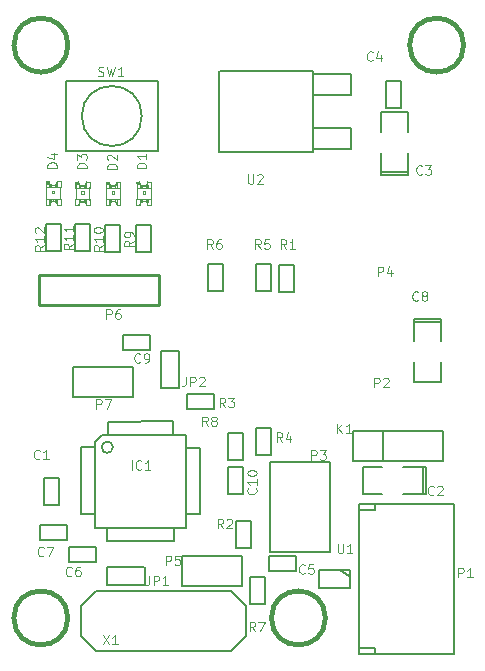
<source format=gto>
G04 (created by PCBNEW (2013-03-19 BZR 4004)-stable) date 27/05/2013 10:57:22*
%MOIN*%
G04 Gerber Fmt 3.4, Leading zero omitted, Abs format*
%FSLAX34Y34*%
G01*
G70*
G90*
G04 APERTURE LIST*
%ADD10C,2.3622e-006*%
%ADD11C,0.005*%
%ADD12C,0.006*%
%ADD13C,0.0026*%
%ADD14C,0.004*%
%ADD15C,0.002*%
%ADD16C,0.008*%
%ADD17C,0.015*%
%ADD18C,0.01*%
%ADD19C,0.00787402*%
%ADD20C,0.00472441*%
G04 APERTURE END LIST*
G54D10*
G54D11*
X49236Y-41460D02*
X49536Y-41660D01*
X48536Y-41460D02*
X49561Y-41460D01*
X49561Y-41460D02*
X49561Y-42060D01*
X49561Y-42060D02*
X48536Y-42060D01*
X48536Y-42060D02*
X48536Y-41460D01*
G54D12*
X44568Y-39600D02*
X44118Y-39600D01*
X44568Y-37420D02*
X44128Y-37420D01*
X44568Y-39600D02*
X44568Y-37420D01*
X43688Y-40070D02*
X43688Y-40500D01*
X41478Y-40080D02*
X41478Y-40500D01*
X41468Y-40500D02*
X43688Y-40510D01*
X41488Y-36530D02*
X43658Y-36520D01*
X41058Y-37220D02*
X41058Y-40050D01*
X43668Y-36530D02*
X43668Y-36940D01*
X41308Y-36980D02*
X44088Y-36980D01*
X44108Y-40060D02*
X44108Y-37020D01*
X41058Y-40060D02*
X44058Y-40060D01*
X40608Y-37390D02*
X40608Y-39610D01*
X40608Y-39610D02*
X41058Y-39610D01*
X41062Y-37210D02*
X41292Y-36980D01*
X40610Y-37390D02*
X41062Y-37390D01*
X41488Y-36980D02*
X41488Y-36528D01*
X41658Y-37384D02*
G75*
G03X41658Y-37384I-188J0D01*
G74*
G01*
G54D11*
X51986Y-38956D02*
X52086Y-38956D01*
X52086Y-38956D02*
X52086Y-38056D01*
X52086Y-38056D02*
X51986Y-38056D01*
X51986Y-38956D02*
X51986Y-38056D01*
X51986Y-38056D02*
X51336Y-38056D01*
X50636Y-38956D02*
X49986Y-38956D01*
X49986Y-38956D02*
X49986Y-38056D01*
X49986Y-38056D02*
X50636Y-38056D01*
X51336Y-38956D02*
X51986Y-38956D01*
X50590Y-28210D02*
X50590Y-28310D01*
X50590Y-28310D02*
X51490Y-28310D01*
X51490Y-28310D02*
X51490Y-28210D01*
X50590Y-28210D02*
X51490Y-28210D01*
X51490Y-28210D02*
X51490Y-27560D01*
X50590Y-26860D02*
X50590Y-26210D01*
X50590Y-26210D02*
X51490Y-26210D01*
X51490Y-26210D02*
X51490Y-26860D01*
X50590Y-27560D02*
X50590Y-28210D01*
X39356Y-39312D02*
X39356Y-38412D01*
X39356Y-38412D02*
X39856Y-38412D01*
X39856Y-38412D02*
X39856Y-39312D01*
X39856Y-39312D02*
X39356Y-39312D01*
X51260Y-25180D02*
X51260Y-26080D01*
X51260Y-26080D02*
X50760Y-26080D01*
X50760Y-26080D02*
X50760Y-25180D01*
X50760Y-25180D02*
X51260Y-25180D01*
X47756Y-41516D02*
X46856Y-41516D01*
X46856Y-41516D02*
X46856Y-41016D01*
X46856Y-41016D02*
X47756Y-41016D01*
X47756Y-41016D02*
X47756Y-41516D01*
X40192Y-40702D02*
X41092Y-40702D01*
X41092Y-40702D02*
X41092Y-41202D01*
X41092Y-41202D02*
X40192Y-41202D01*
X40192Y-41202D02*
X40192Y-40702D01*
X40140Y-40486D02*
X39240Y-40486D01*
X39240Y-40486D02*
X39240Y-39986D01*
X39240Y-39986D02*
X40140Y-39986D01*
X40140Y-39986D02*
X40140Y-40486D01*
X47196Y-32210D02*
X47196Y-31310D01*
X47196Y-31310D02*
X47696Y-31310D01*
X47696Y-31310D02*
X47696Y-32210D01*
X47696Y-32210D02*
X47196Y-32210D01*
X46250Y-39838D02*
X46250Y-40738D01*
X46250Y-40738D02*
X45750Y-40738D01*
X45750Y-40738D02*
X45750Y-39838D01*
X45750Y-39838D02*
X46250Y-39838D01*
X44140Y-35620D02*
X45040Y-35620D01*
X45040Y-35620D02*
X45040Y-36120D01*
X45040Y-36120D02*
X44140Y-36120D01*
X44140Y-36120D02*
X44140Y-35620D01*
X46434Y-37634D02*
X46434Y-36734D01*
X46434Y-36734D02*
X46934Y-36734D01*
X46934Y-36734D02*
X46934Y-37634D01*
X46934Y-37634D02*
X46434Y-37634D01*
X46416Y-32190D02*
X46416Y-31290D01*
X46416Y-31290D02*
X46916Y-31290D01*
X46916Y-31290D02*
X46916Y-32190D01*
X46916Y-32190D02*
X46416Y-32190D01*
X44838Y-32188D02*
X44838Y-31288D01*
X44838Y-31288D02*
X45338Y-31288D01*
X45338Y-31288D02*
X45338Y-32188D01*
X45338Y-32188D02*
X44838Y-32188D01*
G54D13*
X42806Y-28730D02*
X42934Y-28730D01*
X42934Y-28730D02*
X42934Y-28533D01*
X42806Y-28533D02*
X42934Y-28533D01*
X42806Y-28730D02*
X42806Y-28533D01*
X42561Y-28730D02*
X42620Y-28730D01*
X42620Y-28730D02*
X42620Y-28631D01*
X42561Y-28631D02*
X42620Y-28631D01*
X42561Y-28730D02*
X42561Y-28631D01*
X42756Y-28730D02*
X42815Y-28730D01*
X42815Y-28730D02*
X42815Y-28631D01*
X42756Y-28631D02*
X42815Y-28631D01*
X42756Y-28730D02*
X42756Y-28631D01*
X42610Y-28730D02*
X42766Y-28730D01*
X42766Y-28730D02*
X42766Y-28661D01*
X42610Y-28661D02*
X42766Y-28661D01*
X42610Y-28730D02*
X42610Y-28661D01*
X42806Y-29319D02*
X42934Y-29319D01*
X42934Y-29319D02*
X42934Y-29122D01*
X42806Y-29122D02*
X42934Y-29122D01*
X42806Y-29319D02*
X42806Y-29122D01*
X42442Y-29319D02*
X42570Y-29319D01*
X42570Y-29319D02*
X42570Y-29122D01*
X42442Y-29122D02*
X42570Y-29122D01*
X42442Y-29319D02*
X42442Y-29122D01*
X42756Y-29221D02*
X42815Y-29221D01*
X42815Y-29221D02*
X42815Y-29122D01*
X42756Y-29122D02*
X42815Y-29122D01*
X42756Y-29221D02*
X42756Y-29122D01*
X42561Y-29221D02*
X42620Y-29221D01*
X42620Y-29221D02*
X42620Y-29122D01*
X42561Y-29122D02*
X42620Y-29122D01*
X42561Y-29221D02*
X42561Y-29122D01*
X42610Y-29191D02*
X42766Y-29191D01*
X42766Y-29191D02*
X42766Y-29122D01*
X42610Y-29122D02*
X42766Y-29122D01*
X42610Y-29191D02*
X42610Y-29122D01*
X42649Y-28926D02*
X42727Y-28926D01*
X42727Y-28926D02*
X42727Y-28848D01*
X42649Y-28848D02*
X42727Y-28848D01*
X42649Y-28926D02*
X42649Y-28848D01*
X42452Y-28730D02*
X42570Y-28730D01*
X42570Y-28730D02*
X42570Y-28612D01*
X42452Y-28612D02*
X42570Y-28612D01*
X42452Y-28730D02*
X42452Y-28612D01*
X42442Y-28562D02*
X42531Y-28562D01*
X42531Y-28562D02*
X42531Y-28533D01*
X42442Y-28533D02*
X42531Y-28533D01*
X42442Y-28562D02*
X42442Y-28533D01*
G54D14*
X42914Y-28720D02*
X42914Y-29132D01*
X42462Y-29122D02*
X42462Y-28562D01*
G54D15*
X42539Y-28592D02*
G75*
G03X42539Y-28592I-28J0D01*
G74*
G01*
G54D14*
X42551Y-28533D02*
G75*
G03X42825Y-28533I137J0D01*
G74*
G01*
X42825Y-29319D02*
G75*
G03X42551Y-29319I-137J0D01*
G74*
G01*
G54D13*
X41784Y-28730D02*
X41912Y-28730D01*
X41912Y-28730D02*
X41912Y-28533D01*
X41784Y-28533D02*
X41912Y-28533D01*
X41784Y-28730D02*
X41784Y-28533D01*
X41539Y-28730D02*
X41598Y-28730D01*
X41598Y-28730D02*
X41598Y-28631D01*
X41539Y-28631D02*
X41598Y-28631D01*
X41539Y-28730D02*
X41539Y-28631D01*
X41734Y-28730D02*
X41793Y-28730D01*
X41793Y-28730D02*
X41793Y-28631D01*
X41734Y-28631D02*
X41793Y-28631D01*
X41734Y-28730D02*
X41734Y-28631D01*
X41588Y-28730D02*
X41744Y-28730D01*
X41744Y-28730D02*
X41744Y-28661D01*
X41588Y-28661D02*
X41744Y-28661D01*
X41588Y-28730D02*
X41588Y-28661D01*
X41784Y-29319D02*
X41912Y-29319D01*
X41912Y-29319D02*
X41912Y-29122D01*
X41784Y-29122D02*
X41912Y-29122D01*
X41784Y-29319D02*
X41784Y-29122D01*
X41420Y-29319D02*
X41548Y-29319D01*
X41548Y-29319D02*
X41548Y-29122D01*
X41420Y-29122D02*
X41548Y-29122D01*
X41420Y-29319D02*
X41420Y-29122D01*
X41734Y-29221D02*
X41793Y-29221D01*
X41793Y-29221D02*
X41793Y-29122D01*
X41734Y-29122D02*
X41793Y-29122D01*
X41734Y-29221D02*
X41734Y-29122D01*
X41539Y-29221D02*
X41598Y-29221D01*
X41598Y-29221D02*
X41598Y-29122D01*
X41539Y-29122D02*
X41598Y-29122D01*
X41539Y-29221D02*
X41539Y-29122D01*
X41588Y-29191D02*
X41744Y-29191D01*
X41744Y-29191D02*
X41744Y-29122D01*
X41588Y-29122D02*
X41744Y-29122D01*
X41588Y-29191D02*
X41588Y-29122D01*
X41627Y-28926D02*
X41705Y-28926D01*
X41705Y-28926D02*
X41705Y-28848D01*
X41627Y-28848D02*
X41705Y-28848D01*
X41627Y-28926D02*
X41627Y-28848D01*
X41430Y-28730D02*
X41548Y-28730D01*
X41548Y-28730D02*
X41548Y-28612D01*
X41430Y-28612D02*
X41548Y-28612D01*
X41430Y-28730D02*
X41430Y-28612D01*
X41420Y-28562D02*
X41509Y-28562D01*
X41509Y-28562D02*
X41509Y-28533D01*
X41420Y-28533D02*
X41509Y-28533D01*
X41420Y-28562D02*
X41420Y-28533D01*
G54D14*
X41892Y-28720D02*
X41892Y-29132D01*
X41440Y-29122D02*
X41440Y-28562D01*
G54D15*
X41517Y-28592D02*
G75*
G03X41517Y-28592I-28J0D01*
G74*
G01*
G54D14*
X41529Y-28533D02*
G75*
G03X41803Y-28533I137J0D01*
G74*
G01*
X41803Y-29319D02*
G75*
G03X41529Y-29319I-137J0D01*
G74*
G01*
G54D13*
X40762Y-28732D02*
X40890Y-28732D01*
X40890Y-28732D02*
X40890Y-28535D01*
X40762Y-28535D02*
X40890Y-28535D01*
X40762Y-28732D02*
X40762Y-28535D01*
X40517Y-28732D02*
X40576Y-28732D01*
X40576Y-28732D02*
X40576Y-28633D01*
X40517Y-28633D02*
X40576Y-28633D01*
X40517Y-28732D02*
X40517Y-28633D01*
X40712Y-28732D02*
X40771Y-28732D01*
X40771Y-28732D02*
X40771Y-28633D01*
X40712Y-28633D02*
X40771Y-28633D01*
X40712Y-28732D02*
X40712Y-28633D01*
X40566Y-28732D02*
X40722Y-28732D01*
X40722Y-28732D02*
X40722Y-28663D01*
X40566Y-28663D02*
X40722Y-28663D01*
X40566Y-28732D02*
X40566Y-28663D01*
X40762Y-29321D02*
X40890Y-29321D01*
X40890Y-29321D02*
X40890Y-29124D01*
X40762Y-29124D02*
X40890Y-29124D01*
X40762Y-29321D02*
X40762Y-29124D01*
X40398Y-29321D02*
X40526Y-29321D01*
X40526Y-29321D02*
X40526Y-29124D01*
X40398Y-29124D02*
X40526Y-29124D01*
X40398Y-29321D02*
X40398Y-29124D01*
X40712Y-29223D02*
X40771Y-29223D01*
X40771Y-29223D02*
X40771Y-29124D01*
X40712Y-29124D02*
X40771Y-29124D01*
X40712Y-29223D02*
X40712Y-29124D01*
X40517Y-29223D02*
X40576Y-29223D01*
X40576Y-29223D02*
X40576Y-29124D01*
X40517Y-29124D02*
X40576Y-29124D01*
X40517Y-29223D02*
X40517Y-29124D01*
X40566Y-29193D02*
X40722Y-29193D01*
X40722Y-29193D02*
X40722Y-29124D01*
X40566Y-29124D02*
X40722Y-29124D01*
X40566Y-29193D02*
X40566Y-29124D01*
X40605Y-28928D02*
X40683Y-28928D01*
X40683Y-28928D02*
X40683Y-28850D01*
X40605Y-28850D02*
X40683Y-28850D01*
X40605Y-28928D02*
X40605Y-28850D01*
X40408Y-28732D02*
X40526Y-28732D01*
X40526Y-28732D02*
X40526Y-28614D01*
X40408Y-28614D02*
X40526Y-28614D01*
X40408Y-28732D02*
X40408Y-28614D01*
X40398Y-28564D02*
X40487Y-28564D01*
X40487Y-28564D02*
X40487Y-28535D01*
X40398Y-28535D02*
X40487Y-28535D01*
X40398Y-28564D02*
X40398Y-28535D01*
G54D14*
X40870Y-28722D02*
X40870Y-29134D01*
X40418Y-29124D02*
X40418Y-28564D01*
G54D15*
X40495Y-28594D02*
G75*
G03X40495Y-28594I-28J0D01*
G74*
G01*
G54D14*
X40507Y-28535D02*
G75*
G03X40781Y-28535I137J0D01*
G74*
G01*
X40781Y-29321D02*
G75*
G03X40507Y-29321I-137J0D01*
G74*
G01*
G54D11*
X43157Y-27523D02*
X40087Y-27523D01*
X40087Y-25161D02*
X43157Y-25161D01*
X40087Y-25161D02*
X40087Y-27523D01*
X43157Y-27523D02*
X43157Y-25161D01*
X42622Y-26342D02*
G75*
G03X42622Y-26342I-1000J0D01*
G74*
G01*
X52590Y-33200D02*
X52590Y-33100D01*
X52590Y-33100D02*
X51690Y-33100D01*
X51690Y-33100D02*
X51690Y-33200D01*
X52590Y-33200D02*
X51690Y-33200D01*
X51690Y-33200D02*
X51690Y-33850D01*
X52590Y-34550D02*
X52590Y-35200D01*
X52590Y-35200D02*
X51690Y-35200D01*
X51690Y-35200D02*
X51690Y-34550D01*
X52590Y-33850D02*
X52590Y-33200D01*
X45500Y-38956D02*
X45500Y-38056D01*
X45500Y-38056D02*
X46000Y-38056D01*
X46000Y-38056D02*
X46000Y-38956D01*
X46000Y-38956D02*
X45500Y-38956D01*
X42906Y-34152D02*
X42006Y-34152D01*
X42006Y-34152D02*
X42006Y-33652D01*
X42006Y-33652D02*
X42906Y-33652D01*
X42906Y-33652D02*
X42906Y-34152D01*
X46744Y-41712D02*
X46744Y-42612D01*
X46744Y-42612D02*
X46244Y-42612D01*
X46244Y-42612D02*
X46244Y-41712D01*
X46244Y-41712D02*
X46744Y-41712D01*
X45990Y-36920D02*
X45990Y-37820D01*
X45990Y-37820D02*
X45490Y-37820D01*
X45490Y-37820D02*
X45490Y-36920D01*
X45490Y-36920D02*
X45990Y-36920D01*
X42438Y-30874D02*
X42438Y-29974D01*
X42438Y-29974D02*
X42938Y-29974D01*
X42938Y-29974D02*
X42938Y-30874D01*
X42938Y-30874D02*
X42438Y-30874D01*
X41410Y-30874D02*
X41410Y-29974D01*
X41410Y-29974D02*
X41910Y-29974D01*
X41910Y-29974D02*
X41910Y-30874D01*
X41910Y-30874D02*
X41410Y-30874D01*
X40394Y-30858D02*
X40394Y-29958D01*
X40394Y-29958D02*
X40894Y-29958D01*
X40894Y-29958D02*
X40894Y-30858D01*
X40894Y-30858D02*
X40394Y-30858D01*
G54D16*
X48910Y-37890D02*
X48910Y-40890D01*
X46910Y-40890D02*
X46910Y-37890D01*
X46910Y-37890D02*
X48910Y-37890D01*
X48910Y-40890D02*
X46910Y-40890D01*
G54D17*
X53349Y-23980D02*
G75*
G03X53349Y-23980I-900J0D01*
G74*
G01*
X48742Y-43074D02*
G75*
G03X48742Y-43074I-900J0D01*
G74*
G01*
X40156Y-43074D02*
G75*
G03X40156Y-43074I-900J0D01*
G74*
G01*
X40160Y-23980D02*
G75*
G03X40160Y-23980I-900J0D01*
G74*
G01*
G54D12*
X40592Y-42672D02*
X41092Y-42172D01*
X45592Y-42172D02*
X46092Y-42672D01*
X46092Y-43672D02*
X45592Y-44172D01*
X40592Y-43672D02*
X41092Y-44172D01*
X41092Y-42172D02*
X45592Y-42172D01*
X40592Y-42672D02*
X40592Y-43672D01*
X41092Y-44172D02*
X45592Y-44172D01*
X46092Y-43672D02*
X46092Y-42672D01*
X43970Y-42000D02*
X43970Y-41000D01*
X43970Y-41000D02*
X45970Y-41000D01*
X45970Y-41000D02*
X45970Y-42000D01*
X45970Y-42000D02*
X43970Y-42000D01*
G54D11*
X39414Y-30856D02*
X39414Y-29956D01*
X39414Y-29956D02*
X39914Y-29956D01*
X39914Y-29956D02*
X39914Y-30856D01*
X39914Y-30856D02*
X39414Y-30856D01*
G54D18*
X39194Y-31652D02*
X43194Y-31652D01*
X39194Y-32652D02*
X43194Y-32652D01*
X43194Y-32652D02*
X43194Y-31652D01*
X39194Y-31652D02*
X39194Y-32652D01*
G54D13*
X39788Y-28718D02*
X39916Y-28718D01*
X39916Y-28718D02*
X39916Y-28521D01*
X39788Y-28521D02*
X39916Y-28521D01*
X39788Y-28718D02*
X39788Y-28521D01*
X39543Y-28718D02*
X39602Y-28718D01*
X39602Y-28718D02*
X39602Y-28619D01*
X39543Y-28619D02*
X39602Y-28619D01*
X39543Y-28718D02*
X39543Y-28619D01*
X39738Y-28718D02*
X39797Y-28718D01*
X39797Y-28718D02*
X39797Y-28619D01*
X39738Y-28619D02*
X39797Y-28619D01*
X39738Y-28718D02*
X39738Y-28619D01*
X39592Y-28718D02*
X39748Y-28718D01*
X39748Y-28718D02*
X39748Y-28649D01*
X39592Y-28649D02*
X39748Y-28649D01*
X39592Y-28718D02*
X39592Y-28649D01*
X39788Y-29307D02*
X39916Y-29307D01*
X39916Y-29307D02*
X39916Y-29110D01*
X39788Y-29110D02*
X39916Y-29110D01*
X39788Y-29307D02*
X39788Y-29110D01*
X39424Y-29307D02*
X39552Y-29307D01*
X39552Y-29307D02*
X39552Y-29110D01*
X39424Y-29110D02*
X39552Y-29110D01*
X39424Y-29307D02*
X39424Y-29110D01*
X39738Y-29209D02*
X39797Y-29209D01*
X39797Y-29209D02*
X39797Y-29110D01*
X39738Y-29110D02*
X39797Y-29110D01*
X39738Y-29209D02*
X39738Y-29110D01*
X39543Y-29209D02*
X39602Y-29209D01*
X39602Y-29209D02*
X39602Y-29110D01*
X39543Y-29110D02*
X39602Y-29110D01*
X39543Y-29209D02*
X39543Y-29110D01*
X39592Y-29179D02*
X39748Y-29179D01*
X39748Y-29179D02*
X39748Y-29110D01*
X39592Y-29110D02*
X39748Y-29110D01*
X39592Y-29179D02*
X39592Y-29110D01*
X39631Y-28914D02*
X39709Y-28914D01*
X39709Y-28914D02*
X39709Y-28836D01*
X39631Y-28836D02*
X39709Y-28836D01*
X39631Y-28914D02*
X39631Y-28836D01*
X39434Y-28718D02*
X39552Y-28718D01*
X39552Y-28718D02*
X39552Y-28600D01*
X39434Y-28600D02*
X39552Y-28600D01*
X39434Y-28718D02*
X39434Y-28600D01*
X39424Y-28550D02*
X39513Y-28550D01*
X39513Y-28550D02*
X39513Y-28521D01*
X39424Y-28521D02*
X39513Y-28521D01*
X39424Y-28550D02*
X39424Y-28521D01*
G54D14*
X39896Y-28708D02*
X39896Y-29120D01*
X39444Y-29110D02*
X39444Y-28550D01*
G54D15*
X39521Y-28580D02*
G75*
G03X39521Y-28580I-28J0D01*
G74*
G01*
G54D14*
X39533Y-28521D02*
G75*
G03X39807Y-28521I137J0D01*
G74*
G01*
X39807Y-29307D02*
G75*
G03X39533Y-29307I-137J0D01*
G74*
G01*
G54D11*
X42709Y-41380D02*
X41479Y-41380D01*
X42709Y-41980D02*
X41479Y-41980D01*
X41479Y-41980D02*
X41479Y-41380D01*
X42714Y-41380D02*
X42714Y-41980D01*
X48330Y-25626D02*
X49580Y-25626D01*
X49580Y-25626D02*
X49580Y-24926D01*
X49580Y-24926D02*
X48330Y-24926D01*
X48330Y-27426D02*
X49580Y-27426D01*
X49580Y-27426D02*
X49580Y-26726D01*
X49580Y-26726D02*
X48330Y-26726D01*
X45930Y-24826D02*
X48330Y-24826D01*
X48330Y-24826D02*
X48330Y-27526D01*
X48330Y-27526D02*
X45230Y-27526D01*
X45180Y-27526D02*
X45180Y-24826D01*
X45230Y-24826D02*
X45930Y-24826D01*
G54D12*
X42342Y-34718D02*
X42342Y-35718D01*
X42342Y-35718D02*
X40342Y-35718D01*
X40342Y-35718D02*
X40342Y-34718D01*
X40342Y-34718D02*
X42342Y-34718D01*
G54D11*
X43860Y-35391D02*
X43860Y-34161D01*
X43260Y-35391D02*
X43260Y-34161D01*
X43260Y-34161D02*
X43860Y-34161D01*
X43860Y-35396D02*
X43260Y-35396D01*
G54D12*
X49678Y-37832D02*
X49678Y-36832D01*
X49678Y-36832D02*
X52678Y-36832D01*
X52678Y-36832D02*
X52678Y-37832D01*
X52678Y-37832D02*
X49678Y-37832D01*
X50678Y-36832D02*
X50678Y-37832D01*
G54D19*
X50410Y-44070D02*
X50410Y-44270D01*
X50410Y-44070D02*
X49850Y-44070D01*
X50410Y-39270D02*
X50410Y-39470D01*
X50410Y-39470D02*
X49850Y-39470D01*
X49850Y-39270D02*
X53030Y-39270D01*
X53030Y-39270D02*
X53030Y-44270D01*
X53030Y-44270D02*
X49850Y-44270D01*
X49850Y-44270D02*
X49850Y-39270D01*
G54D20*
X49150Y-40602D02*
X49150Y-40857D01*
X49165Y-40887D01*
X49180Y-40902D01*
X49210Y-40917D01*
X49270Y-40917D01*
X49300Y-40902D01*
X49315Y-40887D01*
X49330Y-40857D01*
X49330Y-40602D01*
X49644Y-40917D02*
X49464Y-40917D01*
X49554Y-40917D02*
X49554Y-40602D01*
X49524Y-40647D01*
X49494Y-40677D01*
X49464Y-40692D01*
X50377Y-35387D02*
X50377Y-35072D01*
X50497Y-35072D01*
X50527Y-35087D01*
X50542Y-35102D01*
X50557Y-35132D01*
X50557Y-35177D01*
X50542Y-35207D01*
X50527Y-35222D01*
X50497Y-35237D01*
X50377Y-35237D01*
X50677Y-35102D02*
X50692Y-35087D01*
X50722Y-35072D01*
X50797Y-35072D01*
X50827Y-35087D01*
X50842Y-35102D01*
X50857Y-35132D01*
X50857Y-35162D01*
X50842Y-35207D01*
X50662Y-35387D01*
X50857Y-35387D01*
X42280Y-38137D02*
X42280Y-37822D01*
X42610Y-38107D02*
X42595Y-38122D01*
X42550Y-38137D01*
X42520Y-38137D01*
X42475Y-38122D01*
X42445Y-38092D01*
X42430Y-38062D01*
X42415Y-38002D01*
X42415Y-37957D01*
X42430Y-37897D01*
X42445Y-37867D01*
X42475Y-37837D01*
X42520Y-37822D01*
X42550Y-37822D01*
X42595Y-37837D01*
X42610Y-37852D01*
X42910Y-38137D02*
X42730Y-38137D01*
X42820Y-38137D02*
X42820Y-37822D01*
X42790Y-37867D01*
X42760Y-37897D01*
X42730Y-37912D01*
X52357Y-38957D02*
X52342Y-38972D01*
X52297Y-38987D01*
X52267Y-38987D01*
X52222Y-38972D01*
X52192Y-38942D01*
X52177Y-38912D01*
X52162Y-38852D01*
X52162Y-38807D01*
X52177Y-38747D01*
X52192Y-38717D01*
X52222Y-38687D01*
X52267Y-38672D01*
X52297Y-38672D01*
X52342Y-38687D01*
X52357Y-38702D01*
X52477Y-38702D02*
X52492Y-38687D01*
X52522Y-38672D01*
X52597Y-38672D01*
X52627Y-38687D01*
X52642Y-38702D01*
X52657Y-38732D01*
X52657Y-38762D01*
X52642Y-38807D01*
X52462Y-38987D01*
X52657Y-38987D01*
X51967Y-28267D02*
X51952Y-28282D01*
X51907Y-28297D01*
X51877Y-28297D01*
X51832Y-28282D01*
X51802Y-28252D01*
X51787Y-28222D01*
X51772Y-28162D01*
X51772Y-28117D01*
X51787Y-28057D01*
X51802Y-28027D01*
X51832Y-27997D01*
X51877Y-27982D01*
X51907Y-27982D01*
X51952Y-27997D01*
X51967Y-28012D01*
X52072Y-27982D02*
X52267Y-27982D01*
X52162Y-28102D01*
X52207Y-28102D01*
X52237Y-28117D01*
X52252Y-28132D01*
X52267Y-28162D01*
X52267Y-28237D01*
X52252Y-28267D01*
X52237Y-28282D01*
X52207Y-28297D01*
X52117Y-28297D01*
X52087Y-28282D01*
X52072Y-28267D01*
X39215Y-37753D02*
X39200Y-37768D01*
X39155Y-37783D01*
X39125Y-37783D01*
X39080Y-37768D01*
X39050Y-37738D01*
X39035Y-37708D01*
X39020Y-37648D01*
X39020Y-37603D01*
X39035Y-37543D01*
X39050Y-37513D01*
X39080Y-37483D01*
X39125Y-37468D01*
X39155Y-37468D01*
X39200Y-37483D01*
X39215Y-37498D01*
X39515Y-37783D02*
X39335Y-37783D01*
X39425Y-37783D02*
X39425Y-37468D01*
X39395Y-37513D01*
X39365Y-37543D01*
X39335Y-37558D01*
X50317Y-24477D02*
X50302Y-24492D01*
X50257Y-24507D01*
X50227Y-24507D01*
X50182Y-24492D01*
X50152Y-24462D01*
X50137Y-24432D01*
X50122Y-24372D01*
X50122Y-24327D01*
X50137Y-24267D01*
X50152Y-24237D01*
X50182Y-24207D01*
X50227Y-24192D01*
X50257Y-24192D01*
X50302Y-24207D01*
X50317Y-24222D01*
X50587Y-24297D02*
X50587Y-24507D01*
X50512Y-24177D02*
X50437Y-24402D01*
X50632Y-24402D01*
X48059Y-41573D02*
X48044Y-41588D01*
X47999Y-41603D01*
X47969Y-41603D01*
X47924Y-41588D01*
X47894Y-41558D01*
X47879Y-41528D01*
X47864Y-41468D01*
X47864Y-41423D01*
X47879Y-41363D01*
X47894Y-41333D01*
X47924Y-41303D01*
X47969Y-41288D01*
X47999Y-41288D01*
X48044Y-41303D01*
X48059Y-41318D01*
X48344Y-41288D02*
X48194Y-41288D01*
X48179Y-41438D01*
X48194Y-41423D01*
X48224Y-41408D01*
X48299Y-41408D01*
X48329Y-41423D01*
X48344Y-41438D01*
X48359Y-41468D01*
X48359Y-41543D01*
X48344Y-41573D01*
X48329Y-41588D01*
X48299Y-41603D01*
X48224Y-41603D01*
X48194Y-41588D01*
X48179Y-41573D01*
X40281Y-41655D02*
X40266Y-41670D01*
X40221Y-41685D01*
X40191Y-41685D01*
X40146Y-41670D01*
X40116Y-41640D01*
X40101Y-41610D01*
X40086Y-41550D01*
X40086Y-41505D01*
X40101Y-41445D01*
X40116Y-41415D01*
X40146Y-41385D01*
X40191Y-41370D01*
X40221Y-41370D01*
X40266Y-41385D01*
X40281Y-41400D01*
X40551Y-41370D02*
X40491Y-41370D01*
X40461Y-41385D01*
X40446Y-41400D01*
X40416Y-41445D01*
X40401Y-41505D01*
X40401Y-41625D01*
X40416Y-41655D01*
X40431Y-41670D01*
X40461Y-41685D01*
X40521Y-41685D01*
X40551Y-41670D01*
X40566Y-41655D01*
X40581Y-41625D01*
X40581Y-41550D01*
X40566Y-41520D01*
X40551Y-41505D01*
X40521Y-41490D01*
X40461Y-41490D01*
X40431Y-41505D01*
X40416Y-41520D01*
X40401Y-41550D01*
X39347Y-40981D02*
X39332Y-40996D01*
X39287Y-41011D01*
X39257Y-41011D01*
X39212Y-40996D01*
X39182Y-40966D01*
X39167Y-40936D01*
X39152Y-40876D01*
X39152Y-40831D01*
X39167Y-40771D01*
X39182Y-40741D01*
X39212Y-40711D01*
X39257Y-40696D01*
X39287Y-40696D01*
X39332Y-40711D01*
X39347Y-40726D01*
X39452Y-40696D02*
X39662Y-40696D01*
X39527Y-41011D01*
X47435Y-30773D02*
X47330Y-30623D01*
X47255Y-30773D02*
X47255Y-30458D01*
X47375Y-30458D01*
X47405Y-30473D01*
X47420Y-30488D01*
X47435Y-30518D01*
X47435Y-30563D01*
X47420Y-30593D01*
X47405Y-30608D01*
X47375Y-30623D01*
X47255Y-30623D01*
X47735Y-30773D02*
X47555Y-30773D01*
X47645Y-30773D02*
X47645Y-30458D01*
X47615Y-30503D01*
X47585Y-30533D01*
X47555Y-30548D01*
X45337Y-40085D02*
X45232Y-39935D01*
X45157Y-40085D02*
X45157Y-39770D01*
X45277Y-39770D01*
X45307Y-39785D01*
X45322Y-39800D01*
X45337Y-39830D01*
X45337Y-39875D01*
X45322Y-39905D01*
X45307Y-39920D01*
X45277Y-39935D01*
X45157Y-39935D01*
X45457Y-39800D02*
X45472Y-39785D01*
X45502Y-39770D01*
X45577Y-39770D01*
X45607Y-39785D01*
X45622Y-39800D01*
X45637Y-39830D01*
X45637Y-39860D01*
X45622Y-39905D01*
X45442Y-40085D01*
X45637Y-40085D01*
X45399Y-36045D02*
X45294Y-35895D01*
X45219Y-36045D02*
X45219Y-35730D01*
X45339Y-35730D01*
X45369Y-35745D01*
X45384Y-35760D01*
X45399Y-35790D01*
X45399Y-35835D01*
X45384Y-35865D01*
X45369Y-35880D01*
X45339Y-35895D01*
X45219Y-35895D01*
X45504Y-35730D02*
X45699Y-35730D01*
X45594Y-35850D01*
X45639Y-35850D01*
X45669Y-35865D01*
X45684Y-35880D01*
X45699Y-35910D01*
X45699Y-35985D01*
X45684Y-36015D01*
X45669Y-36030D01*
X45639Y-36045D01*
X45549Y-36045D01*
X45519Y-36030D01*
X45504Y-36015D01*
X47295Y-37207D02*
X47190Y-37057D01*
X47115Y-37207D02*
X47115Y-36892D01*
X47235Y-36892D01*
X47265Y-36907D01*
X47280Y-36922D01*
X47295Y-36952D01*
X47295Y-36997D01*
X47280Y-37027D01*
X47265Y-37042D01*
X47235Y-37057D01*
X47115Y-37057D01*
X47565Y-36997D02*
X47565Y-37207D01*
X47490Y-36877D02*
X47415Y-37102D01*
X47610Y-37102D01*
X46581Y-30773D02*
X46476Y-30623D01*
X46401Y-30773D02*
X46401Y-30458D01*
X46521Y-30458D01*
X46551Y-30473D01*
X46566Y-30488D01*
X46581Y-30518D01*
X46581Y-30563D01*
X46566Y-30593D01*
X46551Y-30608D01*
X46521Y-30623D01*
X46401Y-30623D01*
X46866Y-30458D02*
X46716Y-30458D01*
X46701Y-30608D01*
X46716Y-30593D01*
X46746Y-30578D01*
X46821Y-30578D01*
X46851Y-30593D01*
X46866Y-30608D01*
X46881Y-30638D01*
X46881Y-30713D01*
X46866Y-30743D01*
X46851Y-30758D01*
X46821Y-30773D01*
X46746Y-30773D01*
X46716Y-30758D01*
X46701Y-30743D01*
X44985Y-30773D02*
X44880Y-30623D01*
X44805Y-30773D02*
X44805Y-30458D01*
X44925Y-30458D01*
X44955Y-30473D01*
X44970Y-30488D01*
X44985Y-30518D01*
X44985Y-30563D01*
X44970Y-30593D01*
X44955Y-30608D01*
X44925Y-30623D01*
X44805Y-30623D01*
X45255Y-30458D02*
X45195Y-30458D01*
X45165Y-30473D01*
X45150Y-30488D01*
X45120Y-30533D01*
X45105Y-30593D01*
X45105Y-30713D01*
X45120Y-30743D01*
X45135Y-30758D01*
X45165Y-30773D01*
X45225Y-30773D01*
X45255Y-30758D01*
X45270Y-30743D01*
X45285Y-30713D01*
X45285Y-30638D01*
X45270Y-30608D01*
X45255Y-30593D01*
X45225Y-30578D01*
X45165Y-30578D01*
X45135Y-30593D01*
X45120Y-30608D01*
X45105Y-30638D01*
X42779Y-28082D02*
X42464Y-28082D01*
X42464Y-28007D01*
X42479Y-27962D01*
X42509Y-27932D01*
X42539Y-27917D01*
X42599Y-27902D01*
X42644Y-27902D01*
X42704Y-27917D01*
X42734Y-27932D01*
X42764Y-27962D01*
X42779Y-28007D01*
X42779Y-28082D01*
X42779Y-27602D02*
X42779Y-27782D01*
X42779Y-27692D02*
X42464Y-27692D01*
X42509Y-27722D01*
X42539Y-27752D01*
X42554Y-27782D01*
X41791Y-28106D02*
X41476Y-28106D01*
X41476Y-28031D01*
X41491Y-27986D01*
X41521Y-27956D01*
X41551Y-27941D01*
X41611Y-27926D01*
X41656Y-27926D01*
X41716Y-27941D01*
X41746Y-27956D01*
X41776Y-27986D01*
X41791Y-28031D01*
X41791Y-28106D01*
X41506Y-27806D02*
X41491Y-27791D01*
X41476Y-27761D01*
X41476Y-27686D01*
X41491Y-27656D01*
X41506Y-27641D01*
X41536Y-27626D01*
X41566Y-27626D01*
X41611Y-27641D01*
X41791Y-27821D01*
X41791Y-27626D01*
X40783Y-28088D02*
X40468Y-28088D01*
X40468Y-28013D01*
X40483Y-27968D01*
X40513Y-27938D01*
X40543Y-27923D01*
X40603Y-27908D01*
X40648Y-27908D01*
X40708Y-27923D01*
X40738Y-27938D01*
X40768Y-27968D01*
X40783Y-28013D01*
X40783Y-28088D01*
X40468Y-27803D02*
X40468Y-27608D01*
X40588Y-27713D01*
X40588Y-27668D01*
X40603Y-27638D01*
X40618Y-27623D01*
X40648Y-27608D01*
X40723Y-27608D01*
X40753Y-27623D01*
X40768Y-27638D01*
X40783Y-27668D01*
X40783Y-27758D01*
X40768Y-27788D01*
X40753Y-27803D01*
X41166Y-25002D02*
X41211Y-25017D01*
X41286Y-25017D01*
X41316Y-25002D01*
X41331Y-24987D01*
X41346Y-24957D01*
X41346Y-24927D01*
X41331Y-24897D01*
X41316Y-24882D01*
X41286Y-24867D01*
X41226Y-24852D01*
X41196Y-24837D01*
X41181Y-24822D01*
X41166Y-24792D01*
X41166Y-24762D01*
X41181Y-24732D01*
X41196Y-24717D01*
X41226Y-24702D01*
X41301Y-24702D01*
X41346Y-24717D01*
X41451Y-24702D02*
X41526Y-25017D01*
X41586Y-24792D01*
X41645Y-25017D01*
X41720Y-24702D01*
X42005Y-25017D02*
X41825Y-25017D01*
X41915Y-25017D02*
X41915Y-24702D01*
X41885Y-24747D01*
X41855Y-24777D01*
X41825Y-24792D01*
X51837Y-32477D02*
X51822Y-32492D01*
X51777Y-32507D01*
X51747Y-32507D01*
X51702Y-32492D01*
X51672Y-32462D01*
X51657Y-32432D01*
X51642Y-32372D01*
X51642Y-32327D01*
X51657Y-32267D01*
X51672Y-32237D01*
X51702Y-32207D01*
X51747Y-32192D01*
X51777Y-32192D01*
X51822Y-32207D01*
X51837Y-32222D01*
X52017Y-32327D02*
X51987Y-32312D01*
X51972Y-32297D01*
X51957Y-32267D01*
X51957Y-32252D01*
X51972Y-32222D01*
X51987Y-32207D01*
X52017Y-32192D01*
X52077Y-32192D01*
X52107Y-32207D01*
X52122Y-32222D01*
X52137Y-32252D01*
X52137Y-32267D01*
X52122Y-32297D01*
X52107Y-32312D01*
X52077Y-32327D01*
X52017Y-32327D01*
X51987Y-32342D01*
X51972Y-32357D01*
X51957Y-32387D01*
X51957Y-32447D01*
X51972Y-32477D01*
X51987Y-32492D01*
X52017Y-32507D01*
X52077Y-32507D01*
X52107Y-32492D01*
X52122Y-32477D01*
X52137Y-32447D01*
X52137Y-32387D01*
X52122Y-32357D01*
X52107Y-32342D01*
X52077Y-32327D01*
X46417Y-38752D02*
X46432Y-38767D01*
X46447Y-38812D01*
X46447Y-38842D01*
X46432Y-38887D01*
X46402Y-38917D01*
X46372Y-38932D01*
X46312Y-38947D01*
X46267Y-38947D01*
X46207Y-38932D01*
X46177Y-38917D01*
X46147Y-38887D01*
X46132Y-38842D01*
X46132Y-38812D01*
X46147Y-38767D01*
X46162Y-38752D01*
X46447Y-38452D02*
X46447Y-38632D01*
X46447Y-38542D02*
X46132Y-38542D01*
X46177Y-38572D01*
X46207Y-38602D01*
X46222Y-38632D01*
X46132Y-38257D02*
X46132Y-38227D01*
X46147Y-38197D01*
X46162Y-38182D01*
X46192Y-38167D01*
X46252Y-38152D01*
X46327Y-38152D01*
X46387Y-38167D01*
X46417Y-38182D01*
X46432Y-38197D01*
X46447Y-38227D01*
X46447Y-38257D01*
X46432Y-38287D01*
X46417Y-38302D01*
X46387Y-38317D01*
X46327Y-38332D01*
X46252Y-38332D01*
X46192Y-38317D01*
X46162Y-38302D01*
X46147Y-38287D01*
X46132Y-38257D01*
X42567Y-34537D02*
X42552Y-34552D01*
X42507Y-34567D01*
X42477Y-34567D01*
X42432Y-34552D01*
X42402Y-34522D01*
X42387Y-34492D01*
X42372Y-34432D01*
X42372Y-34387D01*
X42387Y-34327D01*
X42402Y-34297D01*
X42432Y-34267D01*
X42477Y-34252D01*
X42507Y-34252D01*
X42552Y-34267D01*
X42567Y-34282D01*
X42717Y-34567D02*
X42777Y-34567D01*
X42807Y-34552D01*
X42822Y-34537D01*
X42852Y-34492D01*
X42867Y-34432D01*
X42867Y-34312D01*
X42852Y-34282D01*
X42837Y-34267D01*
X42807Y-34252D01*
X42747Y-34252D01*
X42717Y-34267D01*
X42702Y-34282D01*
X42687Y-34312D01*
X42687Y-34387D01*
X42702Y-34417D01*
X42717Y-34432D01*
X42747Y-34447D01*
X42807Y-34447D01*
X42837Y-34432D01*
X42852Y-34417D01*
X42867Y-34387D01*
X46399Y-43521D02*
X46294Y-43371D01*
X46219Y-43521D02*
X46219Y-43206D01*
X46339Y-43206D01*
X46369Y-43221D01*
X46384Y-43236D01*
X46399Y-43266D01*
X46399Y-43311D01*
X46384Y-43341D01*
X46369Y-43356D01*
X46339Y-43371D01*
X46219Y-43371D01*
X46504Y-43206D02*
X46714Y-43206D01*
X46579Y-43521D01*
X44825Y-36675D02*
X44720Y-36525D01*
X44645Y-36675D02*
X44645Y-36360D01*
X44765Y-36360D01*
X44795Y-36375D01*
X44810Y-36390D01*
X44825Y-36420D01*
X44825Y-36465D01*
X44810Y-36495D01*
X44795Y-36510D01*
X44765Y-36525D01*
X44645Y-36525D01*
X45005Y-36495D02*
X44975Y-36480D01*
X44960Y-36465D01*
X44945Y-36435D01*
X44945Y-36420D01*
X44960Y-36390D01*
X44975Y-36375D01*
X45005Y-36360D01*
X45065Y-36360D01*
X45095Y-36375D01*
X45110Y-36390D01*
X45125Y-36420D01*
X45125Y-36435D01*
X45110Y-36465D01*
X45095Y-36480D01*
X45065Y-36495D01*
X45005Y-36495D01*
X44975Y-36510D01*
X44960Y-36525D01*
X44945Y-36555D01*
X44945Y-36615D01*
X44960Y-36645D01*
X44975Y-36660D01*
X45005Y-36675D01*
X45065Y-36675D01*
X45095Y-36660D01*
X45110Y-36645D01*
X45125Y-36615D01*
X45125Y-36555D01*
X45110Y-36525D01*
X45095Y-36510D01*
X45065Y-36495D01*
X42351Y-30508D02*
X42201Y-30613D01*
X42351Y-30688D02*
X42036Y-30688D01*
X42036Y-30568D01*
X42051Y-30538D01*
X42066Y-30523D01*
X42096Y-30508D01*
X42141Y-30508D01*
X42171Y-30523D01*
X42186Y-30538D01*
X42201Y-30568D01*
X42201Y-30688D01*
X42351Y-30358D02*
X42351Y-30298D01*
X42336Y-30268D01*
X42321Y-30253D01*
X42276Y-30223D01*
X42216Y-30208D01*
X42096Y-30208D01*
X42066Y-30223D01*
X42051Y-30238D01*
X42036Y-30268D01*
X42036Y-30328D01*
X42051Y-30358D01*
X42066Y-30373D01*
X42096Y-30388D01*
X42171Y-30388D01*
X42201Y-30373D01*
X42216Y-30358D01*
X42231Y-30328D01*
X42231Y-30268D01*
X42216Y-30238D01*
X42201Y-30223D01*
X42171Y-30208D01*
X41331Y-30648D02*
X41181Y-30753D01*
X41331Y-30828D02*
X41016Y-30828D01*
X41016Y-30708D01*
X41031Y-30678D01*
X41046Y-30663D01*
X41076Y-30648D01*
X41121Y-30648D01*
X41151Y-30663D01*
X41166Y-30678D01*
X41181Y-30708D01*
X41181Y-30828D01*
X41331Y-30348D02*
X41331Y-30528D01*
X41331Y-30438D02*
X41016Y-30438D01*
X41061Y-30468D01*
X41091Y-30498D01*
X41106Y-30528D01*
X41016Y-30153D02*
X41016Y-30123D01*
X41031Y-30093D01*
X41046Y-30078D01*
X41076Y-30063D01*
X41136Y-30048D01*
X41211Y-30048D01*
X41271Y-30063D01*
X41301Y-30078D01*
X41316Y-30093D01*
X41331Y-30123D01*
X41331Y-30153D01*
X41316Y-30183D01*
X41301Y-30198D01*
X41271Y-30213D01*
X41211Y-30228D01*
X41136Y-30228D01*
X41076Y-30213D01*
X41046Y-30198D01*
X41031Y-30183D01*
X41016Y-30153D01*
X40331Y-30608D02*
X40181Y-30713D01*
X40331Y-30788D02*
X40016Y-30788D01*
X40016Y-30668D01*
X40031Y-30638D01*
X40046Y-30623D01*
X40076Y-30608D01*
X40121Y-30608D01*
X40151Y-30623D01*
X40166Y-30638D01*
X40181Y-30668D01*
X40181Y-30788D01*
X40331Y-30308D02*
X40331Y-30488D01*
X40331Y-30398D02*
X40016Y-30398D01*
X40061Y-30428D01*
X40091Y-30458D01*
X40106Y-30488D01*
X40331Y-30008D02*
X40331Y-30188D01*
X40331Y-30098D02*
X40016Y-30098D01*
X40061Y-30128D01*
X40091Y-30158D01*
X40106Y-30188D01*
X48277Y-37797D02*
X48277Y-37482D01*
X48397Y-37482D01*
X48427Y-37497D01*
X48442Y-37512D01*
X48457Y-37542D01*
X48457Y-37587D01*
X48442Y-37617D01*
X48427Y-37632D01*
X48397Y-37647D01*
X48277Y-37647D01*
X48562Y-37482D02*
X48757Y-37482D01*
X48652Y-37602D01*
X48697Y-37602D01*
X48727Y-37617D01*
X48742Y-37632D01*
X48757Y-37662D01*
X48757Y-37737D01*
X48742Y-37767D01*
X48727Y-37782D01*
X48697Y-37797D01*
X48607Y-37797D01*
X48577Y-37782D01*
X48562Y-37767D01*
X41325Y-43642D02*
X41535Y-43957D01*
X41535Y-43642D02*
X41325Y-43957D01*
X41819Y-43957D02*
X41639Y-43957D01*
X41729Y-43957D02*
X41729Y-43642D01*
X41699Y-43687D01*
X41669Y-43717D01*
X41639Y-43732D01*
X43427Y-41309D02*
X43427Y-40994D01*
X43547Y-40994D01*
X43577Y-41009D01*
X43592Y-41024D01*
X43607Y-41054D01*
X43607Y-41099D01*
X43592Y-41129D01*
X43577Y-41144D01*
X43547Y-41159D01*
X43427Y-41159D01*
X43892Y-40994D02*
X43742Y-40994D01*
X43727Y-41144D01*
X43742Y-41129D01*
X43772Y-41114D01*
X43847Y-41114D01*
X43877Y-41129D01*
X43892Y-41144D01*
X43907Y-41174D01*
X43907Y-41249D01*
X43892Y-41279D01*
X43877Y-41294D01*
X43847Y-41309D01*
X43772Y-41309D01*
X43742Y-41294D01*
X43727Y-41279D01*
X39371Y-30652D02*
X39221Y-30757D01*
X39371Y-30832D02*
X39056Y-30832D01*
X39056Y-30712D01*
X39071Y-30682D01*
X39086Y-30667D01*
X39116Y-30652D01*
X39161Y-30652D01*
X39191Y-30667D01*
X39206Y-30682D01*
X39221Y-30712D01*
X39221Y-30832D01*
X39371Y-30352D02*
X39371Y-30532D01*
X39371Y-30442D02*
X39056Y-30442D01*
X39101Y-30472D01*
X39131Y-30502D01*
X39146Y-30532D01*
X39086Y-30232D02*
X39071Y-30217D01*
X39056Y-30187D01*
X39056Y-30112D01*
X39071Y-30082D01*
X39086Y-30067D01*
X39116Y-30052D01*
X39146Y-30052D01*
X39191Y-30067D01*
X39371Y-30247D01*
X39371Y-30052D01*
X41439Y-33107D02*
X41439Y-32792D01*
X41559Y-32792D01*
X41589Y-32807D01*
X41604Y-32822D01*
X41619Y-32852D01*
X41619Y-32897D01*
X41604Y-32927D01*
X41589Y-32942D01*
X41559Y-32957D01*
X41439Y-32957D01*
X41889Y-32792D02*
X41829Y-32792D01*
X41799Y-32807D01*
X41784Y-32822D01*
X41754Y-32867D01*
X41739Y-32927D01*
X41739Y-33047D01*
X41754Y-33077D01*
X41769Y-33092D01*
X41799Y-33107D01*
X41859Y-33107D01*
X41889Y-33092D01*
X41904Y-33077D01*
X41919Y-33047D01*
X41919Y-32972D01*
X41904Y-32942D01*
X41889Y-32927D01*
X41859Y-32912D01*
X41799Y-32912D01*
X41769Y-32927D01*
X41754Y-32942D01*
X41739Y-32972D01*
X39793Y-28070D02*
X39478Y-28070D01*
X39478Y-27995D01*
X39493Y-27950D01*
X39523Y-27920D01*
X39553Y-27905D01*
X39613Y-27890D01*
X39658Y-27890D01*
X39718Y-27905D01*
X39748Y-27920D01*
X39778Y-27950D01*
X39793Y-27995D01*
X39793Y-28070D01*
X39583Y-27620D02*
X39793Y-27620D01*
X39463Y-27695D02*
X39688Y-27770D01*
X39688Y-27575D01*
X50487Y-31677D02*
X50487Y-31362D01*
X50607Y-31362D01*
X50637Y-31377D01*
X50652Y-31392D01*
X50667Y-31422D01*
X50667Y-31467D01*
X50652Y-31497D01*
X50637Y-31512D01*
X50607Y-31527D01*
X50487Y-31527D01*
X50937Y-31467D02*
X50937Y-31677D01*
X50862Y-31347D02*
X50787Y-31572D01*
X50982Y-31572D01*
X42865Y-41666D02*
X42865Y-41891D01*
X42850Y-41936D01*
X42820Y-41966D01*
X42775Y-41981D01*
X42745Y-41981D01*
X43015Y-41981D02*
X43015Y-41666D01*
X43135Y-41666D01*
X43165Y-41681D01*
X43180Y-41696D01*
X43195Y-41726D01*
X43195Y-41771D01*
X43180Y-41801D01*
X43165Y-41816D01*
X43135Y-41831D01*
X43015Y-41831D01*
X43495Y-41981D02*
X43315Y-41981D01*
X43405Y-41981D02*
X43405Y-41666D01*
X43375Y-41711D01*
X43345Y-41741D01*
X43315Y-41756D01*
X46164Y-28282D02*
X46164Y-28537D01*
X46179Y-28567D01*
X46194Y-28582D01*
X46224Y-28597D01*
X46284Y-28597D01*
X46314Y-28582D01*
X46329Y-28567D01*
X46344Y-28537D01*
X46344Y-28282D01*
X46478Y-28312D02*
X46493Y-28297D01*
X46523Y-28282D01*
X46598Y-28282D01*
X46628Y-28297D01*
X46643Y-28312D01*
X46658Y-28342D01*
X46658Y-28372D01*
X46643Y-28417D01*
X46463Y-28597D01*
X46658Y-28597D01*
X41109Y-36095D02*
X41109Y-35780D01*
X41229Y-35780D01*
X41259Y-35795D01*
X41274Y-35810D01*
X41289Y-35840D01*
X41289Y-35885D01*
X41274Y-35915D01*
X41259Y-35930D01*
X41229Y-35945D01*
X41109Y-35945D01*
X41394Y-35780D02*
X41604Y-35780D01*
X41469Y-36095D01*
X44087Y-35042D02*
X44087Y-35267D01*
X44072Y-35312D01*
X44042Y-35342D01*
X43997Y-35357D01*
X43967Y-35357D01*
X44237Y-35357D02*
X44237Y-35042D01*
X44357Y-35042D01*
X44387Y-35057D01*
X44402Y-35072D01*
X44417Y-35102D01*
X44417Y-35147D01*
X44402Y-35177D01*
X44387Y-35192D01*
X44357Y-35207D01*
X44237Y-35207D01*
X44537Y-35072D02*
X44552Y-35057D01*
X44582Y-35042D01*
X44657Y-35042D01*
X44687Y-35057D01*
X44702Y-35072D01*
X44717Y-35102D01*
X44717Y-35132D01*
X44702Y-35177D01*
X44522Y-35357D01*
X44717Y-35357D01*
X49129Y-36909D02*
X49129Y-36594D01*
X49309Y-36909D02*
X49174Y-36729D01*
X49309Y-36594D02*
X49129Y-36774D01*
X49609Y-36909D02*
X49429Y-36909D01*
X49519Y-36909D02*
X49519Y-36594D01*
X49489Y-36639D01*
X49459Y-36669D01*
X49429Y-36684D01*
X53167Y-41723D02*
X53167Y-41408D01*
X53287Y-41408D01*
X53317Y-41423D01*
X53332Y-41438D01*
X53347Y-41468D01*
X53347Y-41513D01*
X53332Y-41543D01*
X53317Y-41558D01*
X53287Y-41573D01*
X53167Y-41573D01*
X53647Y-41723D02*
X53467Y-41723D01*
X53557Y-41723D02*
X53557Y-41408D01*
X53527Y-41453D01*
X53497Y-41483D01*
X53467Y-41498D01*
M02*

</source>
